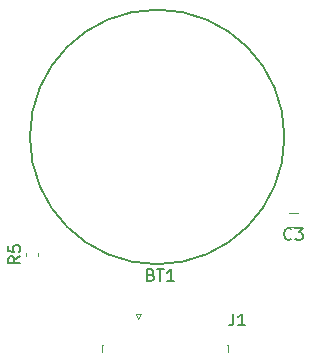
<source format=gto>
G04 #@! TF.GenerationSoftware,KiCad,Pcbnew,5.1.6*
G04 #@! TF.CreationDate,2020-08-10T20:47:03+02:00*
G04 #@! TF.ProjectId,Watch,57617463-682e-46b6-9963-61645f706362,rev?*
G04 #@! TF.SameCoordinates,Original*
G04 #@! TF.FileFunction,Legend,Top*
G04 #@! TF.FilePolarity,Positive*
%FSLAX46Y46*%
G04 Gerber Fmt 4.6, Leading zero omitted, Abs format (unit mm)*
G04 Created by KiCad (PCBNEW 5.1.6) date 2020-08-10 20:47:03*
%MOMM*%
%LPD*%
G01*
G04 APERTURE LIST*
%ADD10C,0.150000*%
%ADD11C,0.120000*%
G04 APERTURE END LIST*
D10*
X148276307Y-96500000D02*
G75*
G03*
X148276307Y-96500000I-10776307J0D01*
G01*
D11*
X148682000Y-102905000D02*
X149382000Y-102905000D01*
X149382000Y-104105000D02*
X148682000Y-104105000D01*
X136109000Y-111495000D02*
X135709000Y-111495000D01*
X135909000Y-111895000D02*
X136109000Y-111495000D01*
X135709000Y-111495000D02*
X135909000Y-111895000D01*
X143484000Y-114085000D02*
X143484000Y-114685000D01*
X143374000Y-114085000D02*
X143484000Y-114085000D01*
X132834000Y-114085000D02*
X132834000Y-114685000D01*
X132944000Y-114085000D02*
X132834000Y-114085000D01*
X127383000Y-106614279D02*
X127383000Y-106288721D01*
X126363000Y-106614279D02*
X126363000Y-106288721D01*
D10*
X136964285Y-108178571D02*
X137107142Y-108226190D01*
X137154761Y-108273809D01*
X137202380Y-108369047D01*
X137202380Y-108511904D01*
X137154761Y-108607142D01*
X137107142Y-108654761D01*
X137011904Y-108702380D01*
X136630952Y-108702380D01*
X136630952Y-107702380D01*
X136964285Y-107702380D01*
X137059523Y-107750000D01*
X137107142Y-107797619D01*
X137154761Y-107892857D01*
X137154761Y-107988095D01*
X137107142Y-108083333D01*
X137059523Y-108130952D01*
X136964285Y-108178571D01*
X136630952Y-108178571D01*
X137488095Y-107702380D02*
X138059523Y-107702380D01*
X137773809Y-108702380D02*
X137773809Y-107702380D01*
X138916666Y-108702380D02*
X138345238Y-108702380D01*
X138630952Y-108702380D02*
X138630952Y-107702380D01*
X138535714Y-107845238D01*
X138440476Y-107940476D01*
X138345238Y-107988095D01*
X148865333Y-105112142D02*
X148817714Y-105159761D01*
X148674857Y-105207380D01*
X148579619Y-105207380D01*
X148436761Y-105159761D01*
X148341523Y-105064523D01*
X148293904Y-104969285D01*
X148246285Y-104778809D01*
X148246285Y-104635952D01*
X148293904Y-104445476D01*
X148341523Y-104350238D01*
X148436761Y-104255000D01*
X148579619Y-104207380D01*
X148674857Y-104207380D01*
X148817714Y-104255000D01*
X148865333Y-104302619D01*
X149198666Y-104207380D02*
X149817714Y-104207380D01*
X149484380Y-104588333D01*
X149627238Y-104588333D01*
X149722476Y-104635952D01*
X149770095Y-104683571D01*
X149817714Y-104778809D01*
X149817714Y-105016904D01*
X149770095Y-105112142D01*
X149722476Y-105159761D01*
X149627238Y-105207380D01*
X149341523Y-105207380D01*
X149246285Y-105159761D01*
X149198666Y-105112142D01*
X143938666Y-111466380D02*
X143938666Y-112180666D01*
X143891047Y-112323523D01*
X143795809Y-112418761D01*
X143652952Y-112466380D01*
X143557714Y-112466380D01*
X144938666Y-112466380D02*
X144367238Y-112466380D01*
X144652952Y-112466380D02*
X144652952Y-111466380D01*
X144557714Y-111609238D01*
X144462476Y-111704476D01*
X144367238Y-111752095D01*
X125895380Y-106618166D02*
X125419190Y-106951500D01*
X125895380Y-107189595D02*
X124895380Y-107189595D01*
X124895380Y-106808642D01*
X124943000Y-106713404D01*
X124990619Y-106665785D01*
X125085857Y-106618166D01*
X125228714Y-106618166D01*
X125323952Y-106665785D01*
X125371571Y-106713404D01*
X125419190Y-106808642D01*
X125419190Y-107189595D01*
X124895380Y-105713404D02*
X124895380Y-106189595D01*
X125371571Y-106237214D01*
X125323952Y-106189595D01*
X125276333Y-106094357D01*
X125276333Y-105856261D01*
X125323952Y-105761023D01*
X125371571Y-105713404D01*
X125466809Y-105665785D01*
X125704904Y-105665785D01*
X125800142Y-105713404D01*
X125847761Y-105761023D01*
X125895380Y-105856261D01*
X125895380Y-106094357D01*
X125847761Y-106189595D01*
X125800142Y-106237214D01*
M02*

</source>
